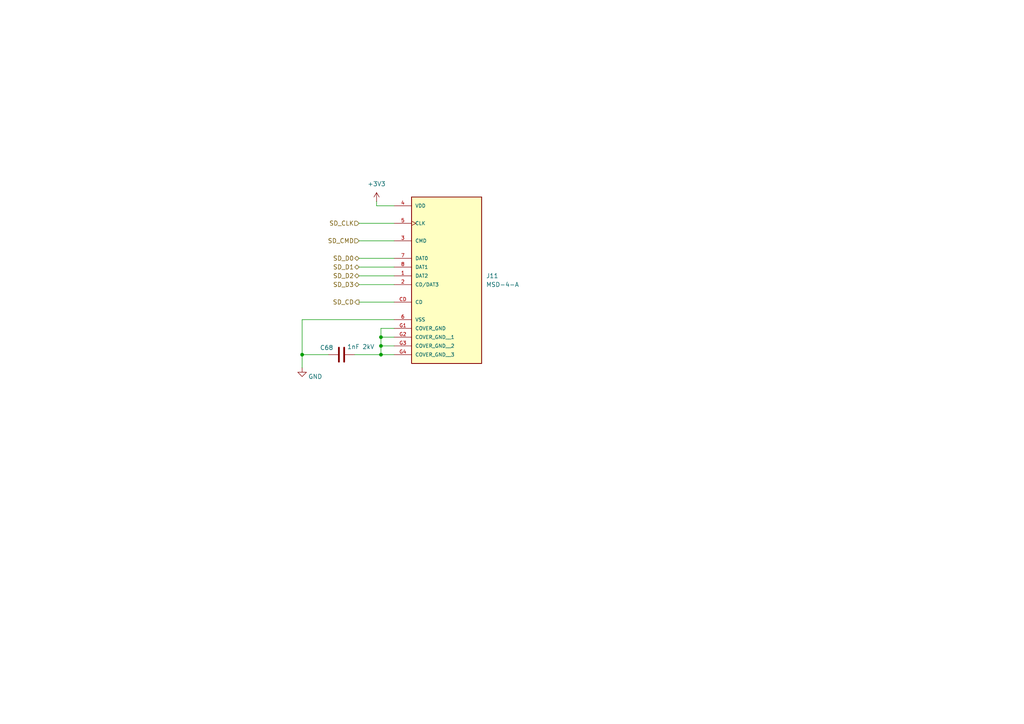
<source format=kicad_sch>
(kicad_sch (version 20250114) (generator "eeschema") (generator_version "9.0")
  (paper "A4")
  (lib_symbols
    (symbol "Device:C" (pin_numbers (hide yes)) (pin_names (offset 0.254))
      (property "Reference" "C" (at 0.635 2.54 0))
      (property "Value" "C" (at 0.635 -2.54 0))
      (symbol "C_0_1"
        (polyline (pts (xy -2.032 0.762) (xy 2.032 0.762)) (stroke (width 0.508)))
        (polyline (pts (xy -2.032 -0.762) (xy 2.032 -0.762)) (stroke (width 0.508)))
      )
      (symbol "C_1_1"
        (pin passive line (at 0 3.81 270) (length 2.794) (name "~") (number "1"))
        (pin passive line (at 0 -3.81 90) (length 2.794) (name "~") (number "2"))
      )
    )
    (symbol "cotti_connectors:MSD-4-A" (pin_names (offset 1.016))
      (property "Reference" "J" (at -10.16 21.082 0))
      (property "Value" "MSD-4-A" (at -10.16 -30.48 0))
      (symbol "MSD-4-A_0_0"
        (rectangle (start -10.16 20.32) (end 10.16 -27.94) (stroke (width 0.254)) (fill (type background)))
        (pin power_in line (at -15.24 17.78 0) (length 5.08) (name "VDD") (number "4"))
        (pin input clock (at -15.24 12.7 0) (length 5.08) (name "CLK") (number "5"))
        (pin bidirectional line (at -15.24 7.62 0) (length 5.08) (name "CMD") (number "3"))
        (pin bidirectional line (at -15.24 2.54 0) (length 5.08) (name "DAT0") (number "7"))
        (pin bidirectional line (at -15.24 0 0) (length 5.08) (name "DAT1") (number "8"))
        (pin bidirectional line (at -15.24 -2.54 0) (length 5.08) (name "DAT2") (number "1"))
        (pin bidirectional line (at -15.24 -5.08 0) (length 5.08) (name "CD/DAT3") (number "2"))
        (pin passive line (at -15.24 -10.16 0) (length 5.08) (name "CD") (number "CD"))
        (pin power_in line (at -15.24 -15.24 0) (length 5.08) (name "VSS") (number "6"))
      )
      (symbol "MSD-4-A_1_0"
        (pin passive line (at -15.24 -17.78 0) (length 5.08) (name "COVER_GND") (number "G1"))
        (pin passive line (at -15.24 -20.32 0) (length 5.08) (name "COVER_GND__1") (number "G2"))
        (pin passive line (at -15.24 -22.86 0) (length 5.08) (name "COVER_GND__2") (number "G3"))
        (pin passive line (at -15.24 -25.4 0) (length 5.08) (name "COVER_GND__3") (number "G4"))
      )
    )
    (symbol "power:+3V3" (power) (pin_numbers (hide yes)) (pin_names (offset 0) (hide yes))
      (property "Value" "+3V3" (at 0 3.556 0))
      (symbol "+3V3_0_1"
        (polyline (pts (xy -0.762 1.27) (xy 0 2.54)))
        (polyline (pts (xy 0 2.54) (xy 0.762 1.27)))
        (polyline (pts (xy 0 0) (xy 0 2.54)))
      )
      (symbol "+3V3_1_1"
        (pin power_in line (at 0 0 90) (length 0) (name "~") (number "1"))
      )
    )
    (symbol "power:GND" (power) (pin_numbers (hide yes)) (pin_names (offset 0) (hide yes))
      (property "Value" "GND" (at 0 -3.81 0))
      (symbol "GND_0_1"
        (polyline (pts (xy 0 0) (xy 0 -1.27) (xy 1.27 -1.27) (xy 0 -2.54) (xy -1.27 -1.27) (xy 0 -1.27)))
      )
      (symbol "GND_1_1"
        (pin power_in line (at 0 0 270) (length 0) (name "~") (number "1"))
      )
    )
  )
  (junction (at 110.49 97.79))
  (junction (at 87.63 102.87))
  (junction (at 110.49 102.87))
  (junction (at 110.49 100.33))
  (wire (pts (xy 110.49 97.79) (xy 110.49 100.33)))
  (wire (pts (xy 110.49 97.79) (xy 114.3 97.79)))
  (wire (pts (xy 104.14 69.85) (xy 114.3 69.85)))
  (wire (pts (xy 87.63 102.87) (xy 95.25 102.87)))
  (wire (pts (xy 110.49 100.33) (xy 114.3 100.33)))
  (wire (pts (xy 114.3 59.69) (xy 109.22 59.69)))
  (wire (pts (xy 102.87 102.87) (xy 110.49 102.87)))
  (wire (pts (xy 87.63 102.87) (xy 87.63 106.68)))
  (wire (pts (xy 104.14 82.55) (xy 114.3 82.55)))
  (wire (pts (xy 110.49 100.33) (xy 110.49 102.87)))
  (wire (pts (xy 110.49 95.25) (xy 114.3 95.25)))
  (wire (pts (xy 110.49 95.25) (xy 110.49 97.79)))
  (wire (pts (xy 87.63 92.71) (xy 87.63 102.87)))
  (wire (pts (xy 110.49 102.87) (xy 114.3 102.87)))
  (wire (pts (xy 104.14 74.93) (xy 114.3 74.93)))
  (wire (pts (xy 104.14 87.63) (xy 114.3 87.63)))
  (wire (pts (xy 104.14 77.47) (xy 114.3 77.47)))
  (wire (pts (xy 87.63 92.71) (xy 114.3 92.71)))
  (wire (pts (xy 104.14 64.77) (xy 114.3 64.77)))
  (wire (pts (xy 104.14 80.01) (xy 114.3 80.01)))
  (wire (pts (xy 109.22 58.42) (xy 109.22 59.69)))
  (hierarchical_label "SD_D0" (shape bidirectional) (at 104.14 74.93 180))
  (hierarchical_label "SD_CD" (shape output) (at 104.14 87.63 180))
  (hierarchical_label "SD_CMD" (shape input) (at 104.14 69.85 180))
  (hierarchical_label "SD_D3" (shape bidirectional) (at 104.14 82.55 180))
  (hierarchical_label "SD_D2" (shape bidirectional) (at 104.14 80.01 180))
  (hierarchical_label "SD_CLK" (shape input) (at 104.14 64.77 180))
  (hierarchical_label "SD_D1" (shape bidirectional) (at 104.14 77.47 180))
  (symbol (lib_id "power:+3V3") (at 109.22 58.42 0) (unit 1)
    (property "Reference" "#PWR075" (effects (hide yes)))
    (property "Value" "+3V3" (at 109.22 53.34 0))
    (property "Description" "Power symbol creates a global label with name \"+3V3\"" (effects (hide yes)))
  )
  (symbol (lib_id "Device:C") (at 99.06 102.87 90) (unit 1)
    (property "Reference" "C68" (at 94.742 100.838 90))
    (property "Value" "1nF 2kV" (at 104.648 100.584 90))
    (property "Footprint" "Capacitor_SMD:C_1206_3216Metric_Pad1.33x1.80mm_HandSolder" (effects (hide yes)))
    (property "Datasheet" "http://www.passivecomponent.com/wp-content/uploads/datasheet/WTC_MLCC_Middle_and_High_Voltage.pdf" (effects (hide yes)))
    (property "Description" "Unpolarized capacitor" (effects (hide yes)))
    (property "Digikey" "https://www.digikey.com/en/products/detail/walsin-technology-corporation/1206B102M202CT/15791323" (effects (hide yes)))
    (property "Mfr." "Walsin Technology Corporation" (effects (hide yes)))
    (property "Mfr. P/N" "1206B102M202CT" (effects (hide yes)))
  )
  (symbol (lib_id "power:GND") (at 87.63 106.68 0) (unit 1)
    (property "Reference" "#PWR074" (effects (hide yes)))
    (property "Value" "GND" (at 91.44 109.22 0))
    (property "Description" "Power symbol creates a global label with name \"GND\" , ground" (effects (hide yes)))
  )
  (symbol (lib_id "cotti_connectors:MSD-4-A") (at 129.54 77.47 0) (unit 1)
    (property "Reference" "J11" (at 140.97 80.0099 0) (effects (justify left)))
    (property "Value" "MSD-4-A" (at 140.97 82.5499 0) (effects (justify left)))
    (property "Footprint" "cotti_footprints:CUI_MSD-4-A" (effects (hide yes)))
    (property "Datasheet" "https://www.cuidevices.com/product/resource/digikeypdf/msd-4-a.pdf" (effects (hide yes)))
    (property "Description" "CONN MICROSD CARD R/A SMD" (effects (hide yes)))
    (property "Digikey" "https://www.digikey.com/en/products/detail/same-sky-formerly-cui-devices/MSD-4-A/21796808" (effects (hide yes)))
    (property "Mfr." "Same Sky (Formerly CUI Devices)" (effects (hide yes)))
    (property "Mfr. P/N" "MSD-4-A" (effects (hide yes)))
  )
)
</source>
